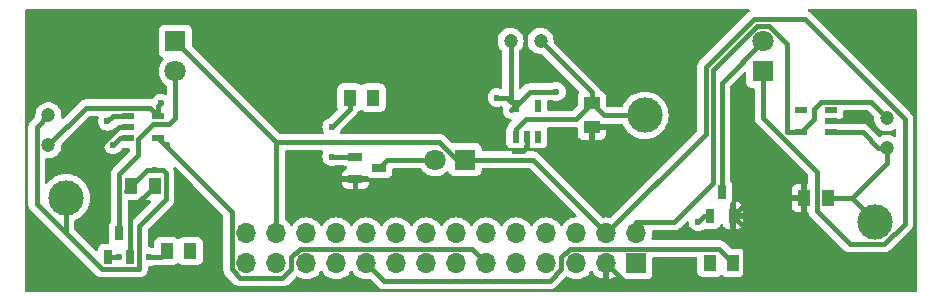
<source format=gbr>
%TF.GenerationSoftware,KiCad,Pcbnew,8.0.1*%
%TF.CreationDate,2024-03-24T20:30:25+02:00*%
%TF.ProjectId,Sensing_Subsystem,53656e73-696e-4675-9f53-756273797374,rev?*%
%TF.SameCoordinates,Original*%
%TF.FileFunction,Copper,L1,Top*%
%TF.FilePolarity,Positive*%
%FSLAX46Y46*%
G04 Gerber Fmt 4.6, Leading zero omitted, Abs format (unit mm)*
G04 Created by KiCad (PCBNEW 8.0.1) date 2024-03-24 20:30:25*
%MOMM*%
%LPD*%
G01*
G04 APERTURE LIST*
%TA.AperFunction,ComponentPad*%
%ADD10C,1.200000*%
%TD*%
%TA.AperFunction,SMDPad,CuDef*%
%ADD11R,1.130000X1.380000*%
%TD*%
%TA.AperFunction,ComponentPad*%
%ADD12R,1.800000X1.800000*%
%TD*%
%TA.AperFunction,ComponentPad*%
%ADD13C,1.800000*%
%TD*%
%TA.AperFunction,SMDPad,CuDef*%
%ADD14R,0.700000X1.250000*%
%TD*%
%TA.AperFunction,ComponentPad*%
%ADD15C,3.000000*%
%TD*%
%TA.AperFunction,SMDPad,CuDef*%
%ADD16R,1.380000X1.130000*%
%TD*%
%TA.AperFunction,SMDPad,CuDef*%
%ADD17R,1.000000X0.600000*%
%TD*%
%TA.AperFunction,SMDPad,CuDef*%
%ADD18R,1.250000X0.700000*%
%TD*%
%TA.AperFunction,SMDPad,CuDef*%
%ADD19R,0.600000X1.000000*%
%TD*%
%TA.AperFunction,ComponentPad*%
%ADD20R,1.700000X1.700000*%
%TD*%
%TA.AperFunction,ComponentPad*%
%ADD21O,1.700000X1.700000*%
%TD*%
%TA.AperFunction,ViaPad*%
%ADD22C,0.600000*%
%TD*%
%TA.AperFunction,Conductor*%
%ADD23C,0.400000*%
%TD*%
G04 APERTURE END LIST*
D10*
%TO.P,D5,1,A*%
%TO.N,Net-(D5-A)*%
X157670000Y-78700000D03*
%TO.P,D5,2,C*%
%TO.N,+3.3V*%
X155130000Y-78700000D03*
%TD*%
D11*
%TO.P,R4,1,1*%
%TO.N,GND*%
X180000000Y-92000000D03*
%TO.P,R4,2,2*%
%TO.N,Net-(D4-A)*%
X182000000Y-92000000D03*
%TD*%
%TO.P,R2,1,1*%
%TO.N,PA7*%
X143500000Y-83500000D03*
%TO.P,R2,2,2*%
%TO.N,Net-(Q2-B)*%
X141500000Y-83500000D03*
%TD*%
D12*
%TO.P,D1,1,A*%
%TO.N,BATT*%
X126750000Y-78725000D03*
D13*
%TO.P,D1,2,C*%
%TO.N,Net-(D1-C)*%
X126750000Y-81265000D03*
%TD*%
D14*
%TO.P,Q3,1,B*%
%TO.N,Net-(Q3-B)*%
X172050000Y-93500000D03*
%TO.P,Q3,2,E*%
%TO.N,GND*%
X173950000Y-93500000D03*
%TO.P,Q3,3,C*%
%TO.N,Net-(D3-C)*%
X173000000Y-91500000D03*
%TD*%
D11*
%TO.P,R3,1,1*%
%TO.N,PC4*%
X174000000Y-97500000D03*
%TO.P,R3,2,2*%
%TO.N,Net-(Q3-B)*%
X172000000Y-97500000D03*
%TD*%
%TO.P,R1,1,1*%
%TO.N,PA6*%
X128000000Y-96500000D03*
%TO.P,R1,2,2*%
%TO.N,Net-(Q1-B)*%
X126000000Y-96500000D03*
%TD*%
D15*
%TO.P,TP2,1,1*%
%TO.N,Net-(D5-A)*%
X166500000Y-85000000D03*
%TD*%
D16*
%TO.P,R5,1,1*%
%TO.N,GND*%
X162000000Y-86000000D03*
%TO.P,R5,2,2*%
%TO.N,Net-(D5-A)*%
X162000000Y-84000000D03*
%TD*%
D11*
%TO.P,R6,1,1*%
%TO.N,GND*%
X125000000Y-91000000D03*
%TO.P,R6,2,2*%
%TO.N,Net-(D6-A)*%
X123000000Y-91000000D03*
%TD*%
D17*
%TO.P,U3,1,+*%
%TO.N,Net-(D6-A)*%
X122700000Y-85050000D03*
%TO.P,U3,2,GND*%
%TO.N,GND*%
X122700000Y-86000000D03*
%TO.P,U3,3,-*%
%TO.N,PA5*%
X122700000Y-86950000D03*
%TO.P,U3,4,OUT*%
X125300000Y-86950000D03*
%TO.P,U3,5,V+*%
%TO.N,+3.3V*%
X125300000Y-85050000D03*
%TD*%
D12*
%TO.P,D2,1,A*%
%TO.N,BATT*%
X151275000Y-88750000D03*
D13*
%TO.P,D2,2,C*%
%TO.N,Net-(D2-C)*%
X148735000Y-88750000D03*
%TD*%
D18*
%TO.P,Q2,1,B*%
%TO.N,Net-(Q2-B)*%
X142000000Y-88500000D03*
%TO.P,Q2,2,E*%
%TO.N,GND*%
X142000000Y-90400000D03*
%TO.P,Q2,3,C*%
%TO.N,Net-(D2-C)*%
X144000000Y-89450000D03*
%TD*%
D10*
%TO.P,D6,1,A*%
%TO.N,Net-(D6-A)*%
X116000000Y-85000000D03*
%TO.P,D6,2,C*%
%TO.N,+3.3V*%
X116000000Y-87540000D03*
%TD*%
D14*
%TO.P,Q1,1,B*%
%TO.N,Net-(Q1-B)*%
X121050000Y-97000000D03*
%TO.P,Q1,2,E*%
%TO.N,GND*%
X122950000Y-97000000D03*
%TO.P,Q1,3,C*%
%TO.N,Net-(D1-C)*%
X122000000Y-95000000D03*
%TD*%
D19*
%TO.P,U2,1,+*%
%TO.N,Net-(D5-A)*%
X155550000Y-86800000D03*
%TO.P,U2,2,GND*%
%TO.N,GND*%
X156500000Y-86800000D03*
%TO.P,U2,3,-*%
%TO.N,PA4*%
X157450000Y-86800000D03*
%TO.P,U2,4,OUT*%
X157450000Y-84200000D03*
%TO.P,U2,5,V+*%
%TO.N,+3.3V*%
X155550000Y-84200000D03*
%TD*%
D10*
%TO.P,D4,1,A*%
%TO.N,Net-(D4-A)*%
X187000000Y-87770000D03*
%TO.P,D4,2,C*%
%TO.N,+3.3V*%
X187000000Y-85230000D03*
%TD*%
D15*
%TO.P,TP3,1,1*%
%TO.N,Net-(D6-A)*%
X117500000Y-92000000D03*
%TD*%
D17*
%TO.P,U1,1,+*%
%TO.N,Net-(D4-A)*%
X182300000Y-86450000D03*
%TO.P,U1,2,GND*%
%TO.N,GND*%
X182300000Y-85500000D03*
%TO.P,U1,3,-*%
%TO.N,PA3*%
X182300000Y-84550000D03*
%TO.P,U1,4,OUT*%
X179700000Y-84550000D03*
%TO.P,U1,5,V+*%
%TO.N,+3.3V*%
X179700000Y-86450000D03*
%TD*%
D12*
%TO.P,D3,1,A*%
%TO.N,BATT*%
X176500000Y-81275000D03*
D13*
%TO.P,D3,2,C*%
%TO.N,Net-(D3-C)*%
X176500000Y-78735000D03*
%TD*%
D15*
%TO.P,TP1,1,1*%
%TO.N,Net-(D4-A)*%
X186000000Y-94000000D03*
%TD*%
D20*
%TO.P,J1,1,Pin_1*%
%TO.N,unconnected-(J1-Pin_1-Pad1)*%
X165780000Y-97540000D03*
D21*
%TO.P,J1,2,Pin_2*%
%TO.N,+3.3V*%
X165780000Y-95000000D03*
%TO.P,J1,3,Pin_3*%
%TO.N,GND*%
X163240000Y-97540000D03*
%TO.P,J1,4,Pin_4*%
%TO.N,BATT*%
X163240000Y-95000000D03*
%TO.P,J1,5,Pin_5*%
%TO.N,PA3*%
X160700000Y-97540000D03*
%TO.P,J1,6,Pin_6*%
%TO.N,unconnected-(J1-Pin_6-Pad6)*%
X160700000Y-95000000D03*
%TO.P,J1,7,Pin_7*%
%TO.N,PA4*%
X158160000Y-97540000D03*
%TO.P,J1,8,Pin_8*%
%TO.N,unconnected-(J1-Pin_8-Pad8)*%
X158160000Y-95000000D03*
%TO.P,J1,9,Pin_9*%
%TO.N,GND*%
X155620000Y-97540000D03*
%TO.P,J1,10,Pin_10*%
%TO.N,unconnected-(J1-Pin_10-Pad10)*%
X155620000Y-95000000D03*
%TO.P,J1,11,Pin_11*%
%TO.N,PA5*%
X153080000Y-97540000D03*
%TO.P,J1,12,Pin_12*%
%TO.N,unconnected-(J1-Pin_12-Pad12)*%
X153080000Y-95000000D03*
%TO.P,J1,13,Pin_13*%
%TO.N,PA6*%
X150540000Y-97540000D03*
%TO.P,J1,14,Pin_14*%
%TO.N,unconnected-(J1-Pin_14-Pad14)*%
X150540000Y-95000000D03*
%TO.P,J1,15,Pin_15*%
%TO.N,GND*%
X148000000Y-97540000D03*
%TO.P,J1,16,Pin_16*%
%TO.N,unconnected-(J1-Pin_16-Pad16)*%
X148000000Y-95000000D03*
%TO.P,J1,17,Pin_17*%
%TO.N,PA7*%
X145460000Y-97540000D03*
%TO.P,J1,18,Pin_18*%
%TO.N,unconnected-(J1-Pin_18-Pad18)*%
X145460000Y-95000000D03*
%TO.P,J1,19,Pin_19*%
%TO.N,PC4*%
X142920000Y-97540000D03*
%TO.P,J1,20,Pin_20*%
%TO.N,unconnected-(J1-Pin_20-Pad20)*%
X142920000Y-95000000D03*
%TO.P,J1,21,Pin_21*%
%TO.N,unconnected-(J1-Pin_21-Pad21)*%
X140380000Y-97540000D03*
%TO.P,J1,22,Pin_22*%
%TO.N,unconnected-(J1-Pin_22-Pad22)*%
X140380000Y-95000000D03*
%TO.P,J1,23,Pin_23*%
%TO.N,unconnected-(J1-Pin_23-Pad23)*%
X137840000Y-97540000D03*
%TO.P,J1,24,Pin_24*%
%TO.N,unconnected-(J1-Pin_24-Pad24)*%
X137840000Y-95000000D03*
%TO.P,J1,25,Pin_25*%
%TO.N,unconnected-(J1-Pin_25-Pad25)*%
X135300000Y-97540000D03*
%TO.P,J1,26,Pin_26*%
%TO.N,BATT*%
X135300000Y-95000000D03*
%TO.P,J1,27,Pin_27*%
%TO.N,GND*%
X132760000Y-97540000D03*
%TO.P,J1,28,Pin_28*%
%TO.N,+3.3V*%
X132760000Y-95000000D03*
%TD*%
D22*
%TO.N,+3.3V*%
X159000000Y-83000000D03*
X125500000Y-84000000D03*
X154000000Y-83500000D03*
%TO.N,Net-(D6-A)*%
X121000000Y-85500000D03*
X125000000Y-89674264D03*
%TO.N,GND*%
X173950000Y-93500000D03*
X119000000Y-89000000D03*
X155500000Y-88000000D03*
X139000000Y-92000000D03*
X125000000Y-91000000D03*
X184000000Y-85000000D03*
X188000000Y-83000000D03*
%TO.N,PA6*%
X128000000Y-96500000D03*
%TO.N,PA4*%
X157450000Y-84200000D03*
X157450000Y-86800000D03*
%TO.N,PA5*%
X121500000Y-87500000D03*
X126000000Y-87500000D03*
%TO.N,PA3*%
X179700000Y-84550000D03*
X182000000Y-84550000D03*
%TO.N,PA7*%
X143500000Y-83500000D03*
%TO.N,Net-(Q1-B)*%
X122000000Y-97000000D03*
X124500000Y-97000000D03*
%TO.N,Net-(Q2-B)*%
X140000000Y-86000000D03*
X140000000Y-88500000D03*
%TO.N,Net-(Q3-B)*%
X172000000Y-97500000D03*
X171000000Y-94000000D03*
%TD*%
D23*
%TO.N,BATT*%
X188500000Y-94187006D02*
X186787006Y-95900000D01*
X163240000Y-95000000D02*
X156990000Y-88750000D01*
X181035000Y-93090000D02*
X181035000Y-89783528D01*
X181035000Y-89783528D02*
X176500000Y-85248528D01*
X149098478Y-87275000D02*
X135300000Y-87275000D01*
X180019214Y-76835000D02*
X188500000Y-85315786D01*
X126750000Y-78725000D02*
X135300000Y-87275000D01*
X163240000Y-95000000D02*
X171650000Y-86590000D01*
X171650000Y-86590000D02*
X171650000Y-80897994D01*
X151275000Y-88750000D02*
X150573478Y-88750000D01*
X171650000Y-80897994D02*
X175712994Y-76835000D01*
X150573478Y-88750000D02*
X149098478Y-87275000D01*
X186787006Y-95900000D02*
X183845000Y-95900000D01*
X176500000Y-85248528D02*
X176500000Y-81275000D01*
X135300000Y-87275000D02*
X135300000Y-95000000D01*
X175712994Y-76835000D02*
X180019214Y-76835000D01*
X183845000Y-95900000D02*
X181035000Y-93090000D01*
X156990000Y-88750000D02*
X151275000Y-88750000D01*
X188500000Y-85315786D02*
X188500000Y-94187006D01*
%TO.N,Net-(D1-C)*%
X123600000Y-87000000D02*
X123600000Y-88400000D01*
X123600000Y-88400000D02*
X122000000Y-90000000D01*
X126750000Y-81265000D02*
X126750000Y-85200000D01*
X126750000Y-85200000D02*
X126200000Y-85750000D01*
X126200000Y-85750000D02*
X124850000Y-85750000D01*
X124850000Y-85750000D02*
X123600000Y-87000000D01*
X122000000Y-90000000D02*
X122000000Y-95000000D01*
%TO.N,Net-(D2-C)*%
X148735000Y-88750000D02*
X144700000Y-88750000D01*
X144700000Y-88750000D02*
X144000000Y-89450000D01*
%TO.N,Net-(D3-C)*%
X173000000Y-82235000D02*
X173000000Y-91500000D01*
X176500000Y-78735000D02*
X173000000Y-82235000D01*
%TO.N,Net-(D4-A)*%
X186270000Y-87770000D02*
X184950000Y-86450000D01*
X187000000Y-87770000D02*
X186270000Y-87770000D01*
X187000000Y-89000000D02*
X184000000Y-92000000D01*
X187000000Y-87770000D02*
X187000000Y-89000000D01*
X186000000Y-94000000D02*
X184000000Y-92000000D01*
X184000000Y-92000000D02*
X182000000Y-92000000D01*
X184950000Y-86450000D02*
X182300000Y-86450000D01*
%TO.N,+3.3V*%
X155130000Y-83780000D02*
X155550000Y-84200000D01*
X185620000Y-83850000D02*
X181400000Y-83850000D01*
X177038478Y-77435000D02*
X178550000Y-78946522D01*
X172250000Y-81146522D02*
X175961522Y-77435000D01*
X180800000Y-85350000D02*
X179700000Y-86450000D01*
X178550000Y-78946522D02*
X178550000Y-86450000D01*
X154850000Y-83500000D02*
X155550000Y-84200000D01*
X187000000Y-85230000D02*
X185620000Y-83850000D01*
X119190000Y-84350000D02*
X124600000Y-84350000D01*
X165780000Y-94000000D02*
X169000000Y-94000000D01*
X124600000Y-84350000D02*
X125300000Y-85050000D01*
X125300000Y-84200000D02*
X125500000Y-84000000D01*
X175961522Y-77435000D02*
X177038478Y-77435000D01*
X155130000Y-78700000D02*
X155130000Y-83780000D01*
X125300000Y-85050000D02*
X125300000Y-84200000D01*
X169000000Y-94000000D02*
X172250000Y-90750000D01*
X178550000Y-86450000D02*
X179700000Y-86450000D01*
X156750000Y-83000000D02*
X159000000Y-83000000D01*
X116000000Y-87540000D02*
X119190000Y-84350000D01*
X165780000Y-95000000D02*
X165780000Y-94000000D01*
X155160000Y-84590000D02*
X155550000Y-84200000D01*
X172250000Y-90750000D02*
X172250000Y-81146522D01*
X154000000Y-83500000D02*
X154850000Y-83500000D01*
X155550000Y-84200000D02*
X156750000Y-83000000D01*
X180800000Y-84450000D02*
X180800000Y-85350000D01*
X181400000Y-83850000D02*
X180800000Y-84450000D01*
%TO.N,Net-(D5-A)*%
X160700000Y-85300000D02*
X162000000Y-84000000D01*
X155550000Y-86150000D02*
X156400000Y-85300000D01*
X166500000Y-85000000D02*
X163000000Y-85000000D01*
X156400000Y-85300000D02*
X160700000Y-85300000D01*
X157670000Y-78700000D02*
X162000000Y-83030000D01*
X162000000Y-83030000D02*
X162000000Y-84000000D01*
X155550000Y-86800000D02*
X155550000Y-86150000D01*
X163000000Y-85000000D02*
X162000000Y-84000000D01*
%TO.N,Net-(D6-A)*%
X125000000Y-89674264D02*
X124325736Y-89674264D01*
X123700000Y-98025000D02*
X123700000Y-94355000D01*
X124325736Y-89674264D02*
X123000000Y-91000000D01*
X122700000Y-85050000D02*
X121450000Y-85050000D01*
X125965000Y-89910000D02*
X125729264Y-89674264D01*
X121450000Y-85050000D02*
X121000000Y-85500000D01*
X115000000Y-86000000D02*
X116000000Y-85000000D01*
X115000000Y-92500000D02*
X115000000Y-86000000D01*
X123000000Y-91000000D02*
X122600000Y-91400000D01*
X117500000Y-95000000D02*
X120525000Y-98025000D01*
X123700000Y-94355000D02*
X125965000Y-92090000D01*
X125965000Y-92090000D02*
X125965000Y-89910000D01*
X117500000Y-95000000D02*
X115000000Y-92500000D01*
X125729264Y-89674264D02*
X125000000Y-89674264D01*
X117500000Y-92000000D02*
X117500000Y-95000000D01*
X120525000Y-98025000D02*
X123700000Y-98025000D01*
%TO.N,GND*%
X175450000Y-92000000D02*
X173950000Y-93500000D01*
X142000000Y-90400000D02*
X140600000Y-90400000D01*
X122950000Y-97000000D02*
X122950000Y-93050000D01*
X164700000Y-99000000D02*
X174555000Y-99000000D01*
X155500000Y-88000000D02*
X156200000Y-88000000D01*
X175000000Y-98555000D02*
X175000000Y-94550000D01*
X119000000Y-89000000D02*
X122000000Y-86000000D01*
X156200000Y-88000000D02*
X156500000Y-87700000D01*
X122950000Y-93050000D02*
X125000000Y-91000000D01*
X180000000Y-92000000D02*
X175450000Y-92000000D01*
X163240000Y-97540000D02*
X164700000Y-99000000D01*
X183500000Y-85500000D02*
X184000000Y-85000000D01*
X174555000Y-99000000D02*
X175000000Y-98555000D01*
X122000000Y-86000000D02*
X122700000Y-86000000D01*
X140600000Y-90400000D02*
X139000000Y-92000000D01*
X175000000Y-94550000D02*
X173950000Y-93500000D01*
X182300000Y-85500000D02*
X183500000Y-85500000D01*
X156500000Y-87700000D02*
X156500000Y-86800000D01*
%TO.N,PC4*%
X159410000Y-98057767D02*
X158467767Y-99000000D01*
X144380000Y-99000000D02*
X142920000Y-97540000D01*
X172790000Y-96290000D02*
X160142233Y-96290000D01*
X158467767Y-99000000D02*
X144380000Y-99000000D01*
X159410000Y-97022233D02*
X159410000Y-98057767D01*
X160142233Y-96290000D02*
X159410000Y-97022233D01*
X174000000Y-97500000D02*
X172790000Y-96290000D01*
%TO.N,PA5*%
X131510000Y-98057767D02*
X132242233Y-98790000D01*
X135817767Y-98790000D02*
X136550000Y-98057767D01*
X137282233Y-96290000D02*
X151830000Y-96290000D01*
X125300000Y-86950000D02*
X126175000Y-87825000D01*
X126000000Y-87650000D02*
X126175000Y-87825000D01*
X126000000Y-87500000D02*
X126000000Y-87650000D01*
X136550000Y-98057767D02*
X136550000Y-97022233D01*
X132242233Y-98790000D02*
X135817767Y-98790000D01*
X122700000Y-86950000D02*
X122050000Y-86950000D01*
X136550000Y-97022233D02*
X137282233Y-96290000D01*
X131510000Y-93160000D02*
X131510000Y-98057767D01*
X122050000Y-86950000D02*
X121500000Y-87500000D01*
X126175000Y-87825000D02*
X131510000Y-93160000D01*
X151830000Y-96290000D02*
X153080000Y-97540000D01*
%TO.N,PA3*%
X182300000Y-84550000D02*
X182000000Y-84550000D01*
%TO.N,Net-(Q1-B)*%
X125500000Y-97000000D02*
X126000000Y-96500000D01*
X121050000Y-97000000D02*
X122000000Y-97000000D01*
X124500000Y-97000000D02*
X125500000Y-97000000D01*
%TO.N,Net-(Q2-B)*%
X141500000Y-83500000D02*
X141500000Y-84500000D01*
X141500000Y-84500000D02*
X140000000Y-86000000D01*
X140000000Y-88500000D02*
X142000000Y-88500000D01*
%TO.N,Net-(Q3-B)*%
X171500000Y-93500000D02*
X171000000Y-94000000D01*
X172050000Y-93500000D02*
X171500000Y-93500000D01*
%TD*%
%TA.AperFunction,Conductor*%
%TO.N,GND*%
G36*
X175359311Y-76020185D02*
G01*
X175405066Y-76072989D01*
X175415010Y-76142147D01*
X175385985Y-76205703D01*
X175361164Y-76227601D01*
X175330634Y-76248000D01*
X175266448Y-76290887D01*
X171105887Y-80451448D01*
X171055608Y-80526698D01*
X171042416Y-80546440D01*
X171029225Y-80566182D01*
X171029221Y-80566189D01*
X170976421Y-80693661D01*
X170976418Y-80693671D01*
X170949500Y-80828998D01*
X170949500Y-86248480D01*
X170929815Y-86315519D01*
X170913181Y-86336161D01*
X163611994Y-93637347D01*
X163550671Y-93670832D01*
X163492225Y-93669442D01*
X163475410Y-93664937D01*
X163240001Y-93644341D01*
X163239999Y-93644341D01*
X163004597Y-93664936D01*
X163004593Y-93664936D01*
X163004592Y-93664937D01*
X163004587Y-93664938D01*
X163004584Y-93664939D01*
X162987778Y-93669442D01*
X162917928Y-93667778D01*
X162868005Y-93637348D01*
X157436546Y-88205888D01*
X157436545Y-88205887D01*
X157321807Y-88129222D01*
X157194332Y-88076421D01*
X157194322Y-88076418D01*
X157058996Y-88049500D01*
X157058994Y-88049500D01*
X157058993Y-88049500D01*
X152799499Y-88049500D01*
X152732460Y-88029815D01*
X152686705Y-87977011D01*
X152675499Y-87925500D01*
X152675499Y-87802129D01*
X152675498Y-87802123D01*
X152675323Y-87800499D01*
X152669229Y-87743797D01*
X152669091Y-87742516D01*
X152618797Y-87607671D01*
X152618793Y-87607664D01*
X152532547Y-87492455D01*
X152532544Y-87492452D01*
X152417335Y-87406206D01*
X152417328Y-87406202D01*
X152282482Y-87355908D01*
X152282483Y-87355908D01*
X152222883Y-87349501D01*
X152222881Y-87349500D01*
X152222873Y-87349500D01*
X152222864Y-87349500D01*
X150327129Y-87349500D01*
X150327123Y-87349501D01*
X150267512Y-87355909D01*
X150259969Y-87357692D01*
X150259423Y-87355385D01*
X150201467Y-87359517D01*
X150140173Y-87326038D01*
X149545024Y-86730888D01*
X149545023Y-86730887D01*
X149430285Y-86654222D01*
X149302810Y-86601421D01*
X149302800Y-86601418D01*
X149167474Y-86574500D01*
X149167472Y-86574500D01*
X149167471Y-86574500D01*
X140808787Y-86574500D01*
X140741748Y-86554815D01*
X140695993Y-86502011D01*
X140686049Y-86432853D01*
X140703794Y-86384527D01*
X140725788Y-86349524D01*
X140725789Y-86349522D01*
X140762008Y-86246011D01*
X140791366Y-86199289D01*
X142044113Y-84946543D01*
X142046928Y-84942331D01*
X142070530Y-84907009D01*
X142120771Y-84831817D01*
X142120771Y-84831816D01*
X142120775Y-84831811D01*
X142163039Y-84729775D01*
X142206879Y-84675372D01*
X142234265Y-84661047D01*
X142307331Y-84633796D01*
X142422546Y-84547546D01*
X142422546Y-84547545D01*
X142425689Y-84545193D01*
X142491153Y-84520776D01*
X142559426Y-84535627D01*
X142574311Y-84545193D01*
X142577453Y-84547545D01*
X142577454Y-84547546D01*
X142596369Y-84561706D01*
X142692669Y-84633796D01*
X142692671Y-84633797D01*
X142827517Y-84684091D01*
X142827516Y-84684091D01*
X142834444Y-84684835D01*
X142887127Y-84690500D01*
X144112872Y-84690499D01*
X144172483Y-84684091D01*
X144307331Y-84633796D01*
X144422546Y-84547546D01*
X144508796Y-84432331D01*
X144559091Y-84297483D01*
X144565500Y-84237873D01*
X144565500Y-83500003D01*
X153194435Y-83500003D01*
X153214630Y-83679249D01*
X153214631Y-83679254D01*
X153274211Y-83849523D01*
X153370184Y-84002262D01*
X153497738Y-84129816D01*
X153537885Y-84155042D01*
X153627334Y-84211247D01*
X153650478Y-84225789D01*
X153820739Y-84285366D01*
X153820745Y-84285368D01*
X153820750Y-84285369D01*
X153999996Y-84305565D01*
X154000000Y-84305565D01*
X154000004Y-84305565D01*
X154179249Y-84285369D01*
X154179251Y-84285368D01*
X154179255Y-84285368D01*
X154179258Y-84285366D01*
X154179262Y-84285366D01*
X154326429Y-84233870D01*
X154396208Y-84230308D01*
X154456835Y-84265036D01*
X154489063Y-84327030D01*
X154486424Y-84379462D01*
X154487608Y-84379698D01*
X154459500Y-84521003D01*
X154459500Y-84521006D01*
X154459500Y-84658994D01*
X154459500Y-84658996D01*
X154459499Y-84658996D01*
X154486418Y-84794322D01*
X154486421Y-84794332D01*
X154539222Y-84921807D01*
X154615887Y-85036545D01*
X154713454Y-85134112D01*
X154828192Y-85210777D01*
X154943359Y-85258480D01*
X154955672Y-85263580D01*
X154955676Y-85263580D01*
X154955677Y-85263581D01*
X155091003Y-85290500D01*
X155119480Y-85290500D01*
X155186519Y-85310185D01*
X155232274Y-85362989D01*
X155242218Y-85432147D01*
X155213193Y-85495703D01*
X155207161Y-85502181D01*
X155005888Y-85703453D01*
X155005887Y-85703454D01*
X154929222Y-85818192D01*
X154876421Y-85945667D01*
X154874653Y-85951498D01*
X154873316Y-85951092D01*
X154854629Y-85992979D01*
X154806203Y-86057669D01*
X154806202Y-86057671D01*
X154755908Y-86192517D01*
X154749517Y-86251969D01*
X154749501Y-86252123D01*
X154749500Y-86252135D01*
X154749500Y-87347870D01*
X154749501Y-87347876D01*
X154755908Y-87407483D01*
X154806202Y-87542328D01*
X154806206Y-87542335D01*
X154892452Y-87657544D01*
X154892455Y-87657547D01*
X155007664Y-87743793D01*
X155007671Y-87743797D01*
X155025643Y-87750500D01*
X155142517Y-87794091D01*
X155202127Y-87800500D01*
X155897872Y-87800499D01*
X155957483Y-87794091D01*
X155982380Y-87784804D01*
X156052070Y-87779819D01*
X156069049Y-87784805D01*
X156092619Y-87793596D01*
X156092627Y-87793598D01*
X156152155Y-87799999D01*
X156152172Y-87800000D01*
X156250000Y-87800000D01*
X156250000Y-87642106D01*
X156269685Y-87575067D01*
X156274734Y-87567794D01*
X156276708Y-87565157D01*
X156293796Y-87542331D01*
X156294666Y-87540000D01*
X156324335Y-87460452D01*
X156344091Y-87407483D01*
X156350500Y-87347873D01*
X156350499Y-86673998D01*
X156370183Y-86606961D01*
X156422987Y-86561206D01*
X156474499Y-86550000D01*
X156525500Y-86550000D01*
X156592539Y-86569685D01*
X156638294Y-86622489D01*
X156649500Y-86674000D01*
X156649500Y-86748082D01*
X156648720Y-86761965D01*
X156644435Y-86799997D01*
X156644435Y-86800002D01*
X156648720Y-86838034D01*
X156649500Y-86851917D01*
X156649500Y-87347870D01*
X156649501Y-87347876D01*
X156655908Y-87407483D01*
X156706203Y-87542329D01*
X156725266Y-87567794D01*
X156749684Y-87633258D01*
X156750000Y-87642106D01*
X156750000Y-87800000D01*
X156847828Y-87800000D01*
X156847844Y-87799999D01*
X156907372Y-87793598D01*
X156907375Y-87793597D01*
X156930949Y-87784805D01*
X157000640Y-87779819D01*
X157017619Y-87784805D01*
X157042511Y-87794089D01*
X157042517Y-87794091D01*
X157102127Y-87800500D01*
X157797872Y-87800499D01*
X157857483Y-87794091D01*
X157992331Y-87743796D01*
X158107546Y-87657546D01*
X158193796Y-87542331D01*
X158244091Y-87407483D01*
X158250500Y-87347873D01*
X158250499Y-86851917D01*
X158251279Y-86838034D01*
X158252820Y-86824364D01*
X158255565Y-86800000D01*
X158255325Y-86797873D01*
X158251279Y-86761963D01*
X158250499Y-86748078D01*
X158250499Y-86252129D01*
X158250498Y-86252123D01*
X158244091Y-86192517D01*
X158239145Y-86179255D01*
X158234885Y-86167832D01*
X158229901Y-86098140D01*
X158263387Y-86036818D01*
X158324711Y-86003333D01*
X158351067Y-86000500D01*
X160686000Y-86000500D01*
X160753039Y-86020185D01*
X160798794Y-86072989D01*
X160810000Y-86124500D01*
X160810000Y-86612844D01*
X160816401Y-86672372D01*
X160816403Y-86672379D01*
X160866645Y-86807086D01*
X160866649Y-86807093D01*
X160952809Y-86922187D01*
X160952812Y-86922190D01*
X161067906Y-87008350D01*
X161067913Y-87008354D01*
X161202620Y-87058596D01*
X161202627Y-87058598D01*
X161262155Y-87064999D01*
X161262172Y-87065000D01*
X161750000Y-87065000D01*
X161750000Y-86250000D01*
X162250000Y-86250000D01*
X162250000Y-87065000D01*
X162737828Y-87065000D01*
X162737844Y-87064999D01*
X162797372Y-87058598D01*
X162797379Y-87058596D01*
X162932086Y-87008354D01*
X162932093Y-87008350D01*
X163047187Y-86922190D01*
X163047190Y-86922187D01*
X163133350Y-86807093D01*
X163133354Y-86807086D01*
X163183596Y-86672379D01*
X163183598Y-86672372D01*
X163189999Y-86612844D01*
X163190000Y-86612827D01*
X163190000Y-86250000D01*
X162250000Y-86250000D01*
X161750000Y-86250000D01*
X161750000Y-85874000D01*
X161769685Y-85806961D01*
X161822489Y-85761206D01*
X161874000Y-85750000D01*
X163190000Y-85750000D01*
X163203181Y-85736819D01*
X163264504Y-85703334D01*
X163290862Y-85700500D01*
X164540058Y-85700500D01*
X164607097Y-85720185D01*
X164652852Y-85772989D01*
X164656238Y-85781162D01*
X164661648Y-85795667D01*
X164675635Y-85833166D01*
X164812770Y-86084309D01*
X164812775Y-86084317D01*
X164984254Y-86313387D01*
X164984270Y-86313405D01*
X165186594Y-86515729D01*
X165186612Y-86515745D01*
X165415682Y-86687224D01*
X165415690Y-86687229D01*
X165666833Y-86824364D01*
X165666832Y-86824364D01*
X165666836Y-86824365D01*
X165666839Y-86824367D01*
X165934954Y-86924369D01*
X165934960Y-86924370D01*
X165934962Y-86924371D01*
X166214566Y-86985195D01*
X166214568Y-86985195D01*
X166214572Y-86985196D01*
X166468220Y-87003337D01*
X166499999Y-87005610D01*
X166500000Y-87005610D01*
X166500001Y-87005610D01*
X166528595Y-87003564D01*
X166785428Y-86985196D01*
X167065046Y-86924369D01*
X167333161Y-86824367D01*
X167584315Y-86687226D01*
X167813395Y-86515739D01*
X168015739Y-86313395D01*
X168187226Y-86084315D01*
X168324367Y-85833161D01*
X168424369Y-85565046D01*
X168426891Y-85553454D01*
X168485195Y-85285433D01*
X168485195Y-85285432D01*
X168485196Y-85285428D01*
X168505610Y-85000000D01*
X168485196Y-84714572D01*
X168479959Y-84690500D01*
X168424371Y-84434962D01*
X168424370Y-84434960D01*
X168424369Y-84434954D01*
X168324367Y-84166839D01*
X168321704Y-84161963D01*
X168187229Y-83915690D01*
X168187224Y-83915682D01*
X168015745Y-83686612D01*
X168015729Y-83686594D01*
X167813405Y-83484270D01*
X167813387Y-83484254D01*
X167584317Y-83312775D01*
X167584309Y-83312770D01*
X167333166Y-83175635D01*
X167333167Y-83175635D01*
X167196784Y-83124767D01*
X167065046Y-83075631D01*
X167065043Y-83075630D01*
X167065037Y-83075628D01*
X166785433Y-83014804D01*
X166500001Y-82994390D01*
X166499999Y-82994390D01*
X166214566Y-83014804D01*
X165934962Y-83075628D01*
X165666833Y-83175635D01*
X165415690Y-83312770D01*
X165415682Y-83312775D01*
X165186612Y-83484254D01*
X165186594Y-83484270D01*
X164984270Y-83686594D01*
X164984254Y-83686612D01*
X164812775Y-83915682D01*
X164812770Y-83915690D01*
X164675635Y-84166833D01*
X164656240Y-84218834D01*
X164614368Y-84274768D01*
X164548903Y-84299184D01*
X164540058Y-84299500D01*
X163341519Y-84299500D01*
X163274480Y-84279815D01*
X163253838Y-84263181D01*
X163226818Y-84236161D01*
X163193333Y-84174838D01*
X163190499Y-84148480D01*
X163190499Y-83387129D01*
X163190498Y-83387123D01*
X163190497Y-83387116D01*
X163184091Y-83327517D01*
X163181565Y-83320745D01*
X163133797Y-83192671D01*
X163133793Y-83192664D01*
X163047547Y-83077455D01*
X163047544Y-83077452D01*
X162932335Y-82991206D01*
X162932328Y-82991202D01*
X162797482Y-82940908D01*
X162797484Y-82940908D01*
X162784882Y-82939554D01*
X162720331Y-82912816D01*
X162680483Y-82855423D01*
X162676520Y-82840455D01*
X162673580Y-82825672D01*
X162662739Y-82799499D01*
X162620777Y-82698192D01*
X162544112Y-82583454D01*
X162544111Y-82583453D01*
X158806660Y-78846003D01*
X158773175Y-78784680D01*
X158770870Y-78746886D01*
X158775215Y-78700000D01*
X158756397Y-78496917D01*
X158700582Y-78300750D01*
X158609673Y-78118179D01*
X158486764Y-77955421D01*
X158486762Y-77955418D01*
X158336041Y-77818019D01*
X158336039Y-77818017D01*
X158162642Y-77710655D01*
X158162635Y-77710651D01*
X158067546Y-77673814D01*
X157972456Y-77636976D01*
X157771976Y-77599500D01*
X157568024Y-77599500D01*
X157367544Y-77636976D01*
X157367541Y-77636976D01*
X157367541Y-77636977D01*
X157177364Y-77710651D01*
X157177357Y-77710655D01*
X157003960Y-77818017D01*
X157003958Y-77818019D01*
X156853237Y-77955418D01*
X156730327Y-78118178D01*
X156639422Y-78300739D01*
X156639417Y-78300752D01*
X156583602Y-78496917D01*
X156564785Y-78699999D01*
X156564785Y-78700000D01*
X156583602Y-78903082D01*
X156639417Y-79099247D01*
X156639422Y-79099260D01*
X156730327Y-79281821D01*
X156853237Y-79444581D01*
X157003958Y-79581980D01*
X157003960Y-79581982D01*
X157103141Y-79643392D01*
X157177363Y-79689348D01*
X157367544Y-79763024D01*
X157568024Y-79800500D01*
X157568026Y-79800500D01*
X157728481Y-79800500D01*
X157795520Y-79820185D01*
X157816162Y-79836819D01*
X160921148Y-82941805D01*
X160954633Y-83003128D01*
X160949649Y-83072820D01*
X160932733Y-83103797D01*
X160866206Y-83192664D01*
X160866202Y-83192671D01*
X160815908Y-83327517D01*
X160809501Y-83387116D01*
X160809501Y-83387123D01*
X160809500Y-83387135D01*
X160809500Y-84148480D01*
X160789815Y-84215519D01*
X160773181Y-84236161D01*
X160446162Y-84563181D01*
X160384839Y-84596666D01*
X160358481Y-84599500D01*
X158374500Y-84599500D01*
X158307461Y-84579815D01*
X158261706Y-84527011D01*
X158250500Y-84475501D01*
X158250499Y-84251921D01*
X158251279Y-84238034D01*
X158251298Y-84237870D01*
X158255565Y-84200000D01*
X158251279Y-84161963D01*
X158250499Y-84148078D01*
X158250499Y-83824500D01*
X158270184Y-83757461D01*
X158322988Y-83711706D01*
X158374499Y-83700500D01*
X158574506Y-83700500D01*
X158640477Y-83719506D01*
X158650474Y-83725787D01*
X158650475Y-83725787D01*
X158650478Y-83725789D01*
X158809094Y-83781291D01*
X158820745Y-83785368D01*
X158820750Y-83785369D01*
X158999996Y-83805565D01*
X159000000Y-83805565D01*
X159000004Y-83805565D01*
X159179249Y-83785369D01*
X159179252Y-83785368D01*
X159179255Y-83785368D01*
X159349522Y-83725789D01*
X159502262Y-83629816D01*
X159629816Y-83502262D01*
X159725789Y-83349522D01*
X159785368Y-83179255D01*
X159785369Y-83179249D01*
X159805565Y-83000003D01*
X159805565Y-82999996D01*
X159785369Y-82820750D01*
X159785368Y-82820745D01*
X159747117Y-82711431D01*
X159725789Y-82650478D01*
X159718153Y-82638326D01*
X159673753Y-82567664D01*
X159629816Y-82497738D01*
X159502262Y-82370184D01*
X159495925Y-82366202D01*
X159349523Y-82274211D01*
X159179254Y-82214631D01*
X159179249Y-82214630D01*
X159000004Y-82194435D01*
X158999996Y-82194435D01*
X158820750Y-82214630D01*
X158820745Y-82214631D01*
X158650474Y-82274212D01*
X158640477Y-82280494D01*
X158574506Y-82299500D01*
X156681003Y-82299500D01*
X156572590Y-82321065D01*
X156572589Y-82321065D01*
X156545671Y-82326420D01*
X156418190Y-82379224D01*
X156303454Y-82455887D01*
X156303453Y-82455888D01*
X156042181Y-82717161D01*
X155980858Y-82750646D01*
X155911166Y-82745662D01*
X155855233Y-82703790D01*
X155830816Y-82638326D01*
X155830500Y-82629480D01*
X155830500Y-79605318D01*
X155850185Y-79538279D01*
X155870957Y-79513685D01*
X155946764Y-79444579D01*
X156069673Y-79281821D01*
X156160582Y-79099250D01*
X156216397Y-78903083D01*
X156235215Y-78700000D01*
X156216397Y-78496917D01*
X156160582Y-78300750D01*
X156069673Y-78118179D01*
X155946764Y-77955421D01*
X155946762Y-77955418D01*
X155796041Y-77818019D01*
X155796039Y-77818017D01*
X155622642Y-77710655D01*
X155622635Y-77710651D01*
X155527546Y-77673814D01*
X155432456Y-77636976D01*
X155231976Y-77599500D01*
X155028024Y-77599500D01*
X154827544Y-77636976D01*
X154827541Y-77636976D01*
X154827541Y-77636977D01*
X154637364Y-77710651D01*
X154637357Y-77710655D01*
X154463960Y-77818017D01*
X154463958Y-77818019D01*
X154313237Y-77955418D01*
X154190327Y-78118178D01*
X154099422Y-78300739D01*
X154099417Y-78300752D01*
X154043602Y-78496917D01*
X154024785Y-78699999D01*
X154024785Y-78700000D01*
X154043602Y-78903082D01*
X154099417Y-79099247D01*
X154099422Y-79099260D01*
X154135225Y-79171161D01*
X154190327Y-79281821D01*
X154313236Y-79444579D01*
X154389039Y-79513682D01*
X154425319Y-79573391D01*
X154429500Y-79605318D01*
X154429500Y-82627434D01*
X154409815Y-82694473D01*
X154357011Y-82740228D01*
X154287853Y-82750172D01*
X154264546Y-82744476D01*
X154179257Y-82714632D01*
X154179249Y-82714630D01*
X154000004Y-82694435D01*
X153999996Y-82694435D01*
X153820750Y-82714630D01*
X153820745Y-82714631D01*
X153650476Y-82774211D01*
X153497737Y-82870184D01*
X153370184Y-82997737D01*
X153274211Y-83150476D01*
X153214631Y-83320745D01*
X153214630Y-83320750D01*
X153194435Y-83499996D01*
X153194435Y-83500003D01*
X144565500Y-83500003D01*
X144565499Y-82762128D01*
X144559091Y-82702517D01*
X144549014Y-82675500D01*
X144508797Y-82567671D01*
X144508793Y-82567664D01*
X144422547Y-82452455D01*
X144422544Y-82452452D01*
X144307335Y-82366206D01*
X144307328Y-82366202D01*
X144172482Y-82315908D01*
X144172483Y-82315908D01*
X144112883Y-82309501D01*
X144112881Y-82309500D01*
X144112873Y-82309500D01*
X144112864Y-82309500D01*
X142887129Y-82309500D01*
X142887123Y-82309501D01*
X142827516Y-82315908D01*
X142692671Y-82366202D01*
X142692669Y-82366203D01*
X142574311Y-82454807D01*
X142508847Y-82479224D01*
X142440574Y-82464373D01*
X142425689Y-82454807D01*
X142307330Y-82366203D01*
X142307328Y-82366202D01*
X142172482Y-82315908D01*
X142172483Y-82315908D01*
X142112883Y-82309501D01*
X142112881Y-82309500D01*
X142112873Y-82309500D01*
X142112864Y-82309500D01*
X140887129Y-82309500D01*
X140887123Y-82309501D01*
X140827516Y-82315908D01*
X140692671Y-82366202D01*
X140692664Y-82366206D01*
X140577455Y-82452452D01*
X140577452Y-82452455D01*
X140491206Y-82567664D01*
X140491202Y-82567671D01*
X140440908Y-82702517D01*
X140436270Y-82745662D01*
X140434501Y-82762123D01*
X140434500Y-82762135D01*
X140434500Y-84237870D01*
X140434501Y-84237876D01*
X140440908Y-84297483D01*
X140486665Y-84420163D01*
X140491649Y-84489855D01*
X140458164Y-84551177D01*
X139800710Y-85208631D01*
X139753985Y-85237991D01*
X139650476Y-85274211D01*
X139650475Y-85274212D01*
X139497737Y-85370184D01*
X139370184Y-85497737D01*
X139274211Y-85650476D01*
X139214631Y-85820745D01*
X139214630Y-85820750D01*
X139194435Y-85999996D01*
X139194435Y-86000003D01*
X139214630Y-86179249D01*
X139214631Y-86179254D01*
X139274211Y-86349524D01*
X139296206Y-86384527D01*
X139315207Y-86451764D01*
X139294840Y-86518599D01*
X139241572Y-86563813D01*
X139191213Y-86574500D01*
X135641519Y-86574500D01*
X135574480Y-86554815D01*
X135553838Y-86538181D01*
X128186818Y-79171161D01*
X128153333Y-79109838D01*
X128150499Y-79083480D01*
X128150499Y-77777129D01*
X128150498Y-77777123D01*
X128150497Y-77777116D01*
X128144091Y-77717517D01*
X128141530Y-77710651D01*
X128093797Y-77582671D01*
X128093793Y-77582664D01*
X128007547Y-77467455D01*
X128007544Y-77467452D01*
X127892335Y-77381206D01*
X127892328Y-77381202D01*
X127757482Y-77330908D01*
X127757483Y-77330908D01*
X127697883Y-77324501D01*
X127697881Y-77324500D01*
X127697873Y-77324500D01*
X127697864Y-77324500D01*
X125802129Y-77324500D01*
X125802123Y-77324501D01*
X125742516Y-77330908D01*
X125607671Y-77381202D01*
X125607664Y-77381206D01*
X125492455Y-77467452D01*
X125492452Y-77467455D01*
X125406206Y-77582664D01*
X125406202Y-77582671D01*
X125355908Y-77717517D01*
X125349501Y-77777116D01*
X125349501Y-77777123D01*
X125349500Y-77777135D01*
X125349500Y-79672870D01*
X125349501Y-79672876D01*
X125355908Y-79732483D01*
X125406202Y-79867328D01*
X125406206Y-79867335D01*
X125492452Y-79982544D01*
X125492455Y-79982547D01*
X125607664Y-80068793D01*
X125607673Y-80068798D01*
X125687904Y-80098722D01*
X125743838Y-80140593D01*
X125768256Y-80206057D01*
X125753405Y-80274330D01*
X125735802Y-80298886D01*
X125641019Y-80401849D01*
X125514075Y-80596151D01*
X125420842Y-80808699D01*
X125363866Y-81033691D01*
X125363864Y-81033702D01*
X125344700Y-81264993D01*
X125344700Y-81265006D01*
X125363864Y-81496297D01*
X125363866Y-81496308D01*
X125420842Y-81721300D01*
X125514075Y-81933848D01*
X125641016Y-82128147D01*
X125641019Y-82128151D01*
X125641021Y-82128153D01*
X125798216Y-82298913D01*
X125798219Y-82298915D01*
X125798222Y-82298918D01*
X125981364Y-82441463D01*
X125981367Y-82441465D01*
X125981374Y-82441470D01*
X125984512Y-82443168D01*
X125985549Y-82444197D01*
X125985662Y-82444271D01*
X125985646Y-82444294D01*
X126034104Y-82492383D01*
X126049500Y-82552225D01*
X126049500Y-83175503D01*
X126029815Y-83242542D01*
X125977011Y-83288297D01*
X125907853Y-83298241D01*
X125859532Y-83280499D01*
X125849526Y-83274212D01*
X125679254Y-83214631D01*
X125679249Y-83214630D01*
X125500004Y-83194435D01*
X125499996Y-83194435D01*
X125320750Y-83214630D01*
X125320745Y-83214631D01*
X125150476Y-83274211D01*
X124997737Y-83370184D01*
X124870184Y-83497737D01*
X124808500Y-83595907D01*
X124756165Y-83642198D01*
X124687111Y-83652846D01*
X124679318Y-83651553D01*
X124668995Y-83649500D01*
X124668994Y-83649500D01*
X124668993Y-83649500D01*
X119121007Y-83649500D01*
X119121005Y-83649500D01*
X119058373Y-83661958D01*
X119027057Y-83668188D01*
X118985671Y-83676420D01*
X118985670Y-83676420D01*
X118858190Y-83729224D01*
X118743454Y-83805887D01*
X117302697Y-85246644D01*
X117241374Y-85280129D01*
X117171682Y-85275145D01*
X117115749Y-85233273D01*
X117091332Y-85167809D01*
X117091545Y-85147522D01*
X117091750Y-85145318D01*
X117105215Y-85000000D01*
X117086397Y-84796917D01*
X117030582Y-84600750D01*
X117028548Y-84596666D01*
X116975363Y-84489855D01*
X116939673Y-84418179D01*
X116839379Y-84285368D01*
X116816762Y-84255418D01*
X116666041Y-84118019D01*
X116666039Y-84118017D01*
X116492642Y-84010655D01*
X116492635Y-84010651D01*
X116397546Y-83973814D01*
X116302456Y-83936976D01*
X116101976Y-83899500D01*
X115898024Y-83899500D01*
X115697544Y-83936976D01*
X115697541Y-83936976D01*
X115697541Y-83936977D01*
X115507364Y-84010651D01*
X115507357Y-84010655D01*
X115333960Y-84118017D01*
X115333958Y-84118019D01*
X115183237Y-84255418D01*
X115060327Y-84418178D01*
X114969422Y-84600739D01*
X114969417Y-84600752D01*
X114913602Y-84796917D01*
X114894785Y-84999999D01*
X114894785Y-85000003D01*
X114899128Y-85046883D01*
X114885712Y-85115453D01*
X114863338Y-85146003D01*
X114455887Y-85553454D01*
X114379222Y-85668192D01*
X114326421Y-85795667D01*
X114326418Y-85795679D01*
X114302402Y-85916414D01*
X114302402Y-85916420D01*
X114299500Y-85931007D01*
X114299500Y-92431006D01*
X114299500Y-92568994D01*
X114299500Y-92568996D01*
X114299499Y-92568996D01*
X114326418Y-92704322D01*
X114326421Y-92704332D01*
X114379222Y-92831807D01*
X114455887Y-92946545D01*
X114455888Y-92946546D01*
X116955885Y-95446542D01*
X116955886Y-95446543D01*
X120078453Y-98569111D01*
X120078454Y-98569112D01*
X120193192Y-98645777D01*
X120301165Y-98690500D01*
X120320672Y-98698580D01*
X120320676Y-98698580D01*
X120320677Y-98698581D01*
X120456003Y-98725500D01*
X120456006Y-98725500D01*
X123768995Y-98725500D01*
X123860041Y-98707389D01*
X123904328Y-98698580D01*
X124031811Y-98645775D01*
X124146542Y-98569114D01*
X124244114Y-98471542D01*
X124320775Y-98356811D01*
X124373580Y-98229328D01*
X124400500Y-98093993D01*
X124400500Y-97927589D01*
X124420185Y-97860550D01*
X124472989Y-97814795D01*
X124510617Y-97804369D01*
X124679249Y-97785369D01*
X124679252Y-97785368D01*
X124679255Y-97785368D01*
X124849522Y-97725789D01*
X124850488Y-97725181D01*
X124859523Y-97719506D01*
X124925494Y-97700500D01*
X125568995Y-97700500D01*
X125607288Y-97692882D01*
X125631482Y-97690499D01*
X126612871Y-97690499D01*
X126612872Y-97690499D01*
X126672483Y-97684091D01*
X126807331Y-97633796D01*
X126922546Y-97547546D01*
X126922546Y-97547545D01*
X126925689Y-97545193D01*
X126991153Y-97520776D01*
X127059426Y-97535627D01*
X127074311Y-97545193D01*
X127077453Y-97547545D01*
X127077454Y-97547546D01*
X127155306Y-97605826D01*
X127192669Y-97633796D01*
X127192671Y-97633797D01*
X127327517Y-97684091D01*
X127327516Y-97684091D01*
X127334444Y-97684835D01*
X127387127Y-97690500D01*
X128612872Y-97690499D01*
X128672483Y-97684091D01*
X128807331Y-97633796D01*
X128922546Y-97547546D01*
X129008796Y-97432331D01*
X129059091Y-97297483D01*
X129065500Y-97237873D01*
X129065499Y-95762128D01*
X129059091Y-95702517D01*
X129052871Y-95685841D01*
X129008797Y-95567671D01*
X129008793Y-95567664D01*
X128922547Y-95452455D01*
X128922544Y-95452452D01*
X128807335Y-95366206D01*
X128807328Y-95366202D01*
X128672482Y-95315908D01*
X128672483Y-95315908D01*
X128612883Y-95309501D01*
X128612881Y-95309500D01*
X128612873Y-95309500D01*
X128612864Y-95309500D01*
X127387129Y-95309500D01*
X127387123Y-95309501D01*
X127327516Y-95315908D01*
X127192671Y-95366202D01*
X127192669Y-95366203D01*
X127074311Y-95454807D01*
X127008847Y-95479224D01*
X126940574Y-95464373D01*
X126925689Y-95454807D01*
X126914648Y-95446542D01*
X126807331Y-95366204D01*
X126807330Y-95366203D01*
X126807328Y-95366202D01*
X126672482Y-95315908D01*
X126672483Y-95315908D01*
X126612883Y-95309501D01*
X126612881Y-95309500D01*
X126612873Y-95309500D01*
X126612864Y-95309500D01*
X125387129Y-95309500D01*
X125387123Y-95309501D01*
X125327516Y-95315908D01*
X125192671Y-95366202D01*
X125192664Y-95366206D01*
X125077455Y-95452452D01*
X125077452Y-95452455D01*
X124991206Y-95567664D01*
X124991202Y-95567671D01*
X124940908Y-95702517D01*
X124936246Y-95745886D01*
X124934501Y-95762123D01*
X124934500Y-95762135D01*
X124934500Y-96129183D01*
X124914815Y-96196222D01*
X124862011Y-96241977D01*
X124792853Y-96251921D01*
X124769546Y-96246225D01*
X124679257Y-96214632D01*
X124679250Y-96214630D01*
X124510616Y-96195630D01*
X124446202Y-96168563D01*
X124406647Y-96110968D01*
X124400500Y-96072410D01*
X124400500Y-94696519D01*
X124420185Y-94629480D01*
X124436819Y-94608838D01*
X126509112Y-92536545D01*
X126509114Y-92536543D01*
X126585775Y-92421811D01*
X126596797Y-92395203D01*
X126638578Y-92294332D01*
X126638580Y-92294328D01*
X126659233Y-92190499D01*
X126665500Y-92158996D01*
X126665500Y-89841004D01*
X126638581Y-89705677D01*
X126638580Y-89705676D01*
X126638580Y-89705672D01*
X126633252Y-89692809D01*
X126585778Y-89578195D01*
X126585769Y-89578179D01*
X126576911Y-89564921D01*
X126556034Y-89498243D01*
X126574520Y-89430864D01*
X126626499Y-89384174D01*
X126695469Y-89372999D01*
X126759532Y-89400886D01*
X126767685Y-89408342D01*
X128225546Y-90866202D01*
X130773181Y-93413837D01*
X130806666Y-93475160D01*
X130809500Y-93501518D01*
X130809500Y-97988773D01*
X130809500Y-98126761D01*
X130809500Y-98126763D01*
X130809499Y-98126763D01*
X130836418Y-98262089D01*
X130836421Y-98262099D01*
X130889222Y-98389574D01*
X130965887Y-98504312D01*
X131795687Y-99334112D01*
X131910425Y-99410777D01*
X132037900Y-99463578D01*
X132037905Y-99463580D01*
X132037909Y-99463580D01*
X132037910Y-99463581D01*
X132173236Y-99490500D01*
X132173239Y-99490500D01*
X135886763Y-99490500D01*
X135977807Y-99472389D01*
X136022095Y-99463580D01*
X136085836Y-99437177D01*
X136149574Y-99410777D01*
X136149575Y-99410776D01*
X136149578Y-99410775D01*
X136264310Y-99334114D01*
X136925217Y-98673205D01*
X136986538Y-98639722D01*
X137056229Y-98644706D01*
X137084016Y-98659311D01*
X137162170Y-98714035D01*
X137376337Y-98813903D01*
X137604592Y-98875063D01*
X137781034Y-98890500D01*
X137839999Y-98895659D01*
X137840000Y-98895659D01*
X137840001Y-98895659D01*
X137898966Y-98890500D01*
X138075408Y-98875063D01*
X138303663Y-98813903D01*
X138517830Y-98714035D01*
X138711401Y-98578495D01*
X138878495Y-98411401D01*
X139008425Y-98225842D01*
X139063002Y-98182217D01*
X139132500Y-98175023D01*
X139194855Y-98206546D01*
X139211575Y-98225842D01*
X139341278Y-98411078D01*
X139341505Y-98411401D01*
X139508599Y-98578495D01*
X139587573Y-98633793D01*
X139702165Y-98714032D01*
X139702167Y-98714033D01*
X139702170Y-98714035D01*
X139916337Y-98813903D01*
X140144592Y-98875063D01*
X140321034Y-98890500D01*
X140379999Y-98895659D01*
X140380000Y-98895659D01*
X140380001Y-98895659D01*
X140438966Y-98890500D01*
X140615408Y-98875063D01*
X140843663Y-98813903D01*
X141057830Y-98714035D01*
X141251401Y-98578495D01*
X141418495Y-98411401D01*
X141548425Y-98225842D01*
X141603002Y-98182217D01*
X141672500Y-98175023D01*
X141734855Y-98206546D01*
X141751575Y-98225842D01*
X141881278Y-98411078D01*
X141881505Y-98411401D01*
X142048599Y-98578495D01*
X142127573Y-98633793D01*
X142242165Y-98714032D01*
X142242167Y-98714033D01*
X142242170Y-98714035D01*
X142456337Y-98813903D01*
X142684592Y-98875063D01*
X142861034Y-98890500D01*
X142919999Y-98895659D01*
X142920000Y-98895659D01*
X142920001Y-98895659D01*
X142978966Y-98890500D01*
X143155408Y-98875063D01*
X143172216Y-98870559D01*
X143242064Y-98872218D01*
X143291994Y-98902651D01*
X143933453Y-99544111D01*
X143933454Y-99544112D01*
X144048192Y-99620777D01*
X144175667Y-99673578D01*
X144175672Y-99673580D01*
X144175676Y-99673580D01*
X144175677Y-99673581D01*
X144311003Y-99700500D01*
X144311006Y-99700500D01*
X158536763Y-99700500D01*
X158627807Y-99682389D01*
X158672095Y-99673580D01*
X158735836Y-99647177D01*
X158799574Y-99620777D01*
X158799575Y-99620776D01*
X158799578Y-99620775D01*
X158914310Y-99544114D01*
X159785217Y-98673205D01*
X159846538Y-98639722D01*
X159916229Y-98644706D01*
X159944016Y-98659311D01*
X160022170Y-98714035D01*
X160236337Y-98813903D01*
X160464592Y-98875063D01*
X160641034Y-98890500D01*
X160699999Y-98895659D01*
X160700000Y-98895659D01*
X160700001Y-98895659D01*
X160758966Y-98890500D01*
X160935408Y-98875063D01*
X161163663Y-98813903D01*
X161377830Y-98714035D01*
X161571401Y-98578495D01*
X161738495Y-98411401D01*
X161868730Y-98225405D01*
X161923307Y-98181781D01*
X161992805Y-98174587D01*
X162055160Y-98206110D01*
X162071879Y-98225405D01*
X162201890Y-98411078D01*
X162368917Y-98578105D01*
X162562421Y-98713600D01*
X162776507Y-98813429D01*
X162776516Y-98813433D01*
X162990000Y-98870634D01*
X162990000Y-97973012D01*
X163047007Y-98005925D01*
X163174174Y-98040000D01*
X163305826Y-98040000D01*
X163432993Y-98005925D01*
X163490000Y-97973012D01*
X163490000Y-98870633D01*
X163703483Y-98813433D01*
X163703492Y-98813429D01*
X163917578Y-98713600D01*
X164111078Y-98578108D01*
X164233133Y-98456053D01*
X164294456Y-98422568D01*
X164364148Y-98427552D01*
X164420082Y-98469423D01*
X164436997Y-98500401D01*
X164486202Y-98632328D01*
X164486206Y-98632335D01*
X164572452Y-98747544D01*
X164572455Y-98747547D01*
X164687664Y-98833793D01*
X164687671Y-98833797D01*
X164822517Y-98884091D01*
X164822516Y-98884091D01*
X164829444Y-98884835D01*
X164882127Y-98890500D01*
X166677872Y-98890499D01*
X166737483Y-98884091D01*
X166872331Y-98833796D01*
X166987546Y-98747546D01*
X167073796Y-98632331D01*
X167124091Y-98497483D01*
X167130500Y-98437873D01*
X167130499Y-97114499D01*
X167150184Y-97047461D01*
X167202987Y-97001706D01*
X167254499Y-96990500D01*
X170810500Y-96990500D01*
X170877539Y-97010185D01*
X170923294Y-97062989D01*
X170934500Y-97114500D01*
X170934500Y-98237870D01*
X170934501Y-98237876D01*
X170940908Y-98297483D01*
X170991202Y-98432328D01*
X170991206Y-98432335D01*
X171077452Y-98547544D01*
X171077455Y-98547547D01*
X171192664Y-98633793D01*
X171192671Y-98633797D01*
X171327517Y-98684091D01*
X171327516Y-98684091D01*
X171334444Y-98684835D01*
X171387127Y-98690500D01*
X172612872Y-98690499D01*
X172672483Y-98684091D01*
X172807331Y-98633796D01*
X172922546Y-98547546D01*
X172922546Y-98547545D01*
X172925689Y-98545193D01*
X172991153Y-98520776D01*
X173059426Y-98535627D01*
X173074311Y-98545193D01*
X173077453Y-98547545D01*
X173077454Y-98547546D01*
X173147035Y-98599634D01*
X173192669Y-98633796D01*
X173192671Y-98633797D01*
X173327517Y-98684091D01*
X173327516Y-98684091D01*
X173334444Y-98684835D01*
X173387127Y-98690500D01*
X174612872Y-98690499D01*
X174672483Y-98684091D01*
X174807331Y-98633796D01*
X174922546Y-98547546D01*
X175008796Y-98432331D01*
X175059091Y-98297483D01*
X175065500Y-98237873D01*
X175065499Y-96762128D01*
X175059091Y-96702517D01*
X175046562Y-96668926D01*
X175008797Y-96567671D01*
X175008793Y-96567664D01*
X174922547Y-96452455D01*
X174922544Y-96452452D01*
X174807335Y-96366206D01*
X174807328Y-96366202D01*
X174672482Y-96315908D01*
X174672483Y-96315908D01*
X174612883Y-96309501D01*
X174612881Y-96309500D01*
X174612873Y-96309500D01*
X174612865Y-96309500D01*
X173851519Y-96309500D01*
X173784480Y-96289815D01*
X173763838Y-96273181D01*
X173236546Y-95745888D01*
X173236545Y-95745887D01*
X173121807Y-95669222D01*
X172994332Y-95616421D01*
X172994322Y-95616418D01*
X172858996Y-95589500D01*
X172858994Y-95589500D01*
X172858993Y-95589500D01*
X167181785Y-95589500D01*
X167114746Y-95569815D01*
X167068991Y-95517011D01*
X167059047Y-95447853D01*
X167062010Y-95433407D01*
X167095210Y-95309500D01*
X167115063Y-95235408D01*
X167135659Y-95000000D01*
X167121250Y-94835308D01*
X167135017Y-94766808D01*
X167183632Y-94716625D01*
X167244778Y-94700500D01*
X169068996Y-94700500D01*
X169160040Y-94682389D01*
X169204328Y-94673580D01*
X169272947Y-94645157D01*
X169331807Y-94620777D01*
X169331808Y-94620776D01*
X169331811Y-94620775D01*
X169446543Y-94544114D01*
X169991729Y-93998926D01*
X170053050Y-93965443D01*
X170122741Y-93970427D01*
X170178675Y-94012298D01*
X170202628Y-94072725D01*
X170214630Y-94179250D01*
X170214631Y-94179254D01*
X170274211Y-94349523D01*
X170357570Y-94482187D01*
X170370184Y-94502262D01*
X170497738Y-94629816D01*
X170522153Y-94645157D01*
X170635893Y-94716625D01*
X170650478Y-94725789D01*
X170708701Y-94746162D01*
X170820745Y-94785368D01*
X170820750Y-94785369D01*
X170999996Y-94805565D01*
X171000000Y-94805565D01*
X171000004Y-94805565D01*
X171179249Y-94785369D01*
X171179252Y-94785368D01*
X171179255Y-94785368D01*
X171349522Y-94725789D01*
X171364107Y-94716625D01*
X171432615Y-94673578D01*
X171495371Y-94634145D01*
X171562607Y-94615145D01*
X171589862Y-94618463D01*
X171592506Y-94619087D01*
X171592517Y-94619091D01*
X171652127Y-94625500D01*
X172447872Y-94625499D01*
X172507483Y-94619091D01*
X172642331Y-94568796D01*
X172757546Y-94482546D01*
X172843796Y-94367331D01*
X172843888Y-94367086D01*
X172884084Y-94259313D01*
X172925954Y-94203379D01*
X172991419Y-94178961D01*
X173059692Y-94193812D01*
X173109098Y-94243217D01*
X173116448Y-94259312D01*
X173156645Y-94367086D01*
X173156649Y-94367093D01*
X173242809Y-94482187D01*
X173242812Y-94482190D01*
X173357906Y-94568350D01*
X173357913Y-94568354D01*
X173492620Y-94618596D01*
X173492627Y-94618598D01*
X173552155Y-94624999D01*
X173552172Y-94625000D01*
X173700000Y-94625000D01*
X173700000Y-93750000D01*
X174200000Y-93750000D01*
X174200000Y-94625000D01*
X174347828Y-94625000D01*
X174347844Y-94624999D01*
X174407372Y-94618598D01*
X174407379Y-94618596D01*
X174542086Y-94568354D01*
X174542093Y-94568350D01*
X174657187Y-94482190D01*
X174657190Y-94482187D01*
X174743350Y-94367093D01*
X174743354Y-94367086D01*
X174793596Y-94232379D01*
X174793598Y-94232372D01*
X174799999Y-94172844D01*
X174800000Y-94172827D01*
X174800000Y-93750000D01*
X174200000Y-93750000D01*
X173700000Y-93750000D01*
X173700000Y-92533897D01*
X173719685Y-92466858D01*
X173724726Y-92459596D01*
X173788055Y-92375000D01*
X174200000Y-92375000D01*
X174200000Y-93250000D01*
X174800000Y-93250000D01*
X174800000Y-92827172D01*
X174799999Y-92827155D01*
X174793598Y-92767627D01*
X174793596Y-92767620D01*
X174743354Y-92632913D01*
X174743350Y-92632906D01*
X174657190Y-92517812D01*
X174657187Y-92517809D01*
X174542093Y-92431649D01*
X174542086Y-92431645D01*
X174407379Y-92381403D01*
X174407372Y-92381401D01*
X174347844Y-92375000D01*
X174200000Y-92375000D01*
X173788055Y-92375000D01*
X173793796Y-92367331D01*
X173837558Y-92250000D01*
X178935000Y-92250000D01*
X178935000Y-92737844D01*
X178941401Y-92797372D01*
X178941403Y-92797379D01*
X178991645Y-92932086D01*
X178991649Y-92932093D01*
X179077809Y-93047187D01*
X179077812Y-93047190D01*
X179192906Y-93133350D01*
X179192913Y-93133354D01*
X179327620Y-93183596D01*
X179327627Y-93183598D01*
X179387155Y-93189999D01*
X179387172Y-93190000D01*
X179750000Y-93190000D01*
X179750000Y-92250000D01*
X178935000Y-92250000D01*
X173837558Y-92250000D01*
X173844091Y-92232483D01*
X173850500Y-92172873D01*
X173850500Y-91750000D01*
X178935000Y-91750000D01*
X179750000Y-91750000D01*
X179750000Y-90810000D01*
X179387155Y-90810000D01*
X179327627Y-90816401D01*
X179327620Y-90816403D01*
X179192913Y-90866645D01*
X179192906Y-90866649D01*
X179077812Y-90952809D01*
X179077809Y-90952812D01*
X178991649Y-91067906D01*
X178991645Y-91067913D01*
X178941403Y-91202620D01*
X178941401Y-91202627D01*
X178935000Y-91262155D01*
X178935000Y-91750000D01*
X173850500Y-91750000D01*
X173850499Y-90827128D01*
X173844091Y-90767517D01*
X173816367Y-90693186D01*
X173793797Y-90632671D01*
X173793795Y-90632668D01*
X173725233Y-90541080D01*
X173700816Y-90475615D01*
X173700500Y-90466769D01*
X173700500Y-82576518D01*
X173720185Y-82509479D01*
X173736819Y-82488837D01*
X174291808Y-81933848D01*
X174887821Y-81337834D01*
X174949142Y-81304351D01*
X175018834Y-81309335D01*
X175074767Y-81351207D01*
X175099184Y-81416671D01*
X175099500Y-81425517D01*
X175099500Y-82222870D01*
X175099501Y-82222876D01*
X175105908Y-82282483D01*
X175156202Y-82417328D01*
X175156206Y-82417335D01*
X175242452Y-82532544D01*
X175242455Y-82532547D01*
X175357664Y-82618793D01*
X175357671Y-82618797D01*
X175386314Y-82629480D01*
X175492517Y-82669091D01*
X175552127Y-82675500D01*
X175675500Y-82675499D01*
X175742539Y-82695183D01*
X175788294Y-82747987D01*
X175799500Y-82799499D01*
X175799500Y-85179534D01*
X175799500Y-85317522D01*
X175799500Y-85317524D01*
X175799499Y-85317524D01*
X175826418Y-85452850D01*
X175826421Y-85452860D01*
X175879222Y-85580335D01*
X175955887Y-85695073D01*
X175955888Y-85695074D01*
X180298181Y-90037366D01*
X180331666Y-90098689D01*
X180334500Y-90125047D01*
X180334500Y-90686000D01*
X180314815Y-90753039D01*
X180262011Y-90798794D01*
X180260982Y-90799017D01*
X180250000Y-90810000D01*
X180250000Y-93190000D01*
X180254612Y-93194612D01*
X180305943Y-93209685D01*
X180351698Y-93262489D01*
X180360522Y-93289813D01*
X180361419Y-93294324D01*
X180361421Y-93294332D01*
X180414222Y-93421807D01*
X180490887Y-93536545D01*
X183398453Y-96444111D01*
X183398457Y-96444114D01*
X183482097Y-96500000D01*
X183482098Y-96500001D01*
X183513180Y-96520770D01*
X183513195Y-96520778D01*
X183626406Y-96567671D01*
X183640672Y-96573580D01*
X183640676Y-96573580D01*
X183640677Y-96573581D01*
X183776004Y-96600500D01*
X183776007Y-96600500D01*
X186856002Y-96600500D01*
X186947046Y-96582389D01*
X186991334Y-96573580D01*
X187115196Y-96522275D01*
X187118813Y-96520777D01*
X187118814Y-96520776D01*
X187118817Y-96520775D01*
X187233549Y-96444114D01*
X189044113Y-94633549D01*
X189046608Y-94629816D01*
X189120775Y-94518817D01*
X189173580Y-94391334D01*
X189186350Y-94327135D01*
X189200500Y-94256001D01*
X189200500Y-85246792D01*
X189194266Y-85215455D01*
X189191805Y-85203083D01*
X189173580Y-85111458D01*
X189165778Y-85092623D01*
X189120777Y-84983978D01*
X189044112Y-84869240D01*
X180465759Y-76290887D01*
X180426628Y-76264741D01*
X180371045Y-76227601D01*
X180326240Y-76173991D01*
X180317533Y-76104666D01*
X180347687Y-76041638D01*
X180407130Y-76004918D01*
X180439936Y-76000500D01*
X189375500Y-76000500D01*
X189442539Y-76020185D01*
X189488294Y-76072989D01*
X189499500Y-76124500D01*
X189499500Y-99875500D01*
X189479815Y-99942539D01*
X189427011Y-99988294D01*
X189375500Y-99999500D01*
X114124500Y-99999500D01*
X114057461Y-99979815D01*
X114011706Y-99927011D01*
X114000500Y-99875500D01*
X114000500Y-76124500D01*
X114020185Y-76057461D01*
X114072989Y-76011706D01*
X114124500Y-76000500D01*
X175292272Y-76000500D01*
X175359311Y-76020185D01*
G37*
%TD.AperFunction*%
%TA.AperFunction,Conductor*%
G36*
X120201472Y-85070185D02*
G01*
X120247227Y-85122989D01*
X120257171Y-85192147D01*
X120251474Y-85215455D01*
X120214633Y-85320737D01*
X120214630Y-85320750D01*
X120194435Y-85499996D01*
X120194435Y-85500003D01*
X120214630Y-85679249D01*
X120214631Y-85679254D01*
X120274211Y-85849523D01*
X120352791Y-85974581D01*
X120370184Y-86002262D01*
X120497738Y-86129816D01*
X120539265Y-86155909D01*
X120640225Y-86219347D01*
X120650478Y-86225789D01*
X120725771Y-86252135D01*
X120820745Y-86285368D01*
X120820750Y-86285369D01*
X120999996Y-86305565D01*
X121000000Y-86305565D01*
X121000004Y-86305565D01*
X121179249Y-86285369D01*
X121179252Y-86285368D01*
X121179255Y-86285368D01*
X121349522Y-86225789D01*
X121502262Y-86129816D01*
X121502262Y-86129815D01*
X121508158Y-86126111D01*
X121509505Y-86128255D01*
X121563345Y-86106260D01*
X121632043Y-86119000D01*
X121682948Y-86166859D01*
X121700000Y-86229613D01*
X121700000Y-86275099D01*
X121680315Y-86342138D01*
X121644896Y-86378198D01*
X121639298Y-86381938D01*
X121633711Y-86385672D01*
X121633710Y-86385673D01*
X121603459Y-86405885D01*
X121300708Y-86708633D01*
X121253983Y-86737992D01*
X121150476Y-86774211D01*
X121150475Y-86774212D01*
X120997737Y-86870184D01*
X120870184Y-86997737D01*
X120774211Y-87150476D01*
X120714631Y-87320745D01*
X120714630Y-87320750D01*
X120694435Y-87499996D01*
X120694435Y-87500003D01*
X120714630Y-87679249D01*
X120714631Y-87679254D01*
X120774211Y-87849523D01*
X120865737Y-87995185D01*
X120870184Y-88002262D01*
X120997738Y-88129816D01*
X121078724Y-88180703D01*
X121118802Y-88205886D01*
X121150478Y-88225789D01*
X121318490Y-88284579D01*
X121320745Y-88285368D01*
X121320750Y-88285369D01*
X121499996Y-88305565D01*
X121500000Y-88305565D01*
X121500004Y-88305565D01*
X121679249Y-88285369D01*
X121679252Y-88285368D01*
X121679255Y-88285368D01*
X121849522Y-88225789D01*
X122002262Y-88129816D01*
X122129816Y-88002262D01*
X122225789Y-87849522D01*
X122231379Y-87833547D01*
X122272099Y-87776770D01*
X122337051Y-87751021D01*
X122348421Y-87750499D01*
X122775500Y-87750499D01*
X122842539Y-87770184D01*
X122888294Y-87822988D01*
X122899500Y-87874499D01*
X122899500Y-88058480D01*
X122879815Y-88125519D01*
X122863181Y-88146161D01*
X121455888Y-89553453D01*
X121455887Y-89553454D01*
X121379223Y-89668192D01*
X121326421Y-89795668D01*
X121326418Y-89795680D01*
X121316036Y-89847874D01*
X121316036Y-89847875D01*
X121299500Y-89931004D01*
X121299500Y-93966769D01*
X121279815Y-94033808D01*
X121274767Y-94041080D01*
X121206204Y-94132668D01*
X121206202Y-94132671D01*
X121155908Y-94267517D01*
X121149501Y-94327116D01*
X121149500Y-94327135D01*
X121149500Y-95672870D01*
X121149501Y-95672876D01*
X121156421Y-95737247D01*
X121144014Y-95806006D01*
X121096403Y-95857143D01*
X121033131Y-95874500D01*
X120652130Y-95874500D01*
X120652123Y-95874501D01*
X120592516Y-95880908D01*
X120457671Y-95931202D01*
X120457664Y-95931206D01*
X120342455Y-96017452D01*
X120342452Y-96017455D01*
X120256206Y-96132664D01*
X120256202Y-96132671D01*
X120205908Y-96267517D01*
X120199501Y-96327116D01*
X120199500Y-96327135D01*
X120199500Y-96409481D01*
X120179815Y-96476520D01*
X120127011Y-96522275D01*
X120057853Y-96532219D01*
X119994297Y-96503194D01*
X119987819Y-96497162D01*
X118236819Y-94746162D01*
X118203334Y-94684839D01*
X118200500Y-94658481D01*
X118200500Y-93959941D01*
X118220185Y-93892902D01*
X118272989Y-93847147D01*
X118281158Y-93843762D01*
X118333161Y-93824367D01*
X118584315Y-93687226D01*
X118813395Y-93515739D01*
X119015739Y-93313395D01*
X119187226Y-93084315D01*
X119324367Y-92833161D01*
X119424369Y-92565046D01*
X119485196Y-92285428D01*
X119505610Y-92000000D01*
X119485196Y-91714572D01*
X119424369Y-91434954D01*
X119324367Y-91166839D01*
X119291794Y-91107187D01*
X119187229Y-90915690D01*
X119187224Y-90915682D01*
X119015745Y-90686612D01*
X119015729Y-90686594D01*
X118813405Y-90484270D01*
X118813387Y-90484254D01*
X118584317Y-90312775D01*
X118584309Y-90312770D01*
X118333166Y-90175635D01*
X118333167Y-90175635D01*
X118175333Y-90116766D01*
X118065046Y-90075631D01*
X118065043Y-90075630D01*
X118065037Y-90075628D01*
X117785433Y-90014804D01*
X117500001Y-89994390D01*
X117499999Y-89994390D01*
X117214566Y-90014804D01*
X116934962Y-90075628D01*
X116666833Y-90175635D01*
X116415690Y-90312770D01*
X116415682Y-90312775D01*
X116186612Y-90484254D01*
X116186594Y-90484270D01*
X115984270Y-90686594D01*
X115984254Y-90686612D01*
X115923767Y-90767415D01*
X115867834Y-90809287D01*
X115798142Y-90814271D01*
X115736819Y-90780786D01*
X115703334Y-90719463D01*
X115700500Y-90693105D01*
X115700500Y-88752903D01*
X115720185Y-88685864D01*
X115772989Y-88640109D01*
X115842147Y-88630165D01*
X115847263Y-88631011D01*
X115898024Y-88640500D01*
X115898025Y-88640500D01*
X116101974Y-88640500D01*
X116101976Y-88640500D01*
X116302456Y-88603024D01*
X116492637Y-88529348D01*
X116666041Y-88421981D01*
X116794122Y-88305219D01*
X116816762Y-88284581D01*
X116826608Y-88271543D01*
X116939673Y-88121821D01*
X117030582Y-87939250D01*
X117086397Y-87743083D01*
X117105215Y-87540000D01*
X117100870Y-87493115D01*
X117114284Y-87424549D01*
X117136657Y-87393998D01*
X119443838Y-85086819D01*
X119505161Y-85053334D01*
X119531519Y-85050500D01*
X120134433Y-85050500D01*
X120201472Y-85070185D01*
G37*
%TD.AperFunction*%
%TA.AperFunction,Conductor*%
G36*
X139228169Y-87995185D02*
G01*
X139273924Y-88047989D01*
X139283868Y-88117147D01*
X139275792Y-88143653D01*
X139276511Y-88143905D01*
X139214631Y-88320745D01*
X139214630Y-88320750D01*
X139194435Y-88499996D01*
X139194435Y-88500003D01*
X139214630Y-88679249D01*
X139214631Y-88679254D01*
X139274211Y-88849523D01*
X139369191Y-89000682D01*
X139370184Y-89002262D01*
X139497738Y-89129816D01*
X139498270Y-89130150D01*
X139650474Y-89225787D01*
X139650478Y-89225789D01*
X139820745Y-89285368D01*
X139820750Y-89285369D01*
X139999996Y-89305565D01*
X140000000Y-89305565D01*
X140000004Y-89305565D01*
X140179249Y-89285369D01*
X140179252Y-89285368D01*
X140179255Y-89285368D01*
X140349522Y-89225789D01*
X140350488Y-89225181D01*
X140359523Y-89219506D01*
X140425494Y-89200500D01*
X140966769Y-89200500D01*
X141033808Y-89220185D01*
X141041080Y-89225233D01*
X141132668Y-89293795D01*
X141132671Y-89293797D01*
X141240687Y-89334084D01*
X141296620Y-89375955D01*
X141321038Y-89441419D01*
X141306187Y-89509692D01*
X141256782Y-89559098D01*
X141240688Y-89566448D01*
X141132911Y-89606646D01*
X141132906Y-89606649D01*
X141017812Y-89692809D01*
X141017809Y-89692812D01*
X140931649Y-89807906D01*
X140931645Y-89807913D01*
X140881403Y-89942620D01*
X140881401Y-89942627D01*
X140875000Y-90002155D01*
X140875000Y-90150000D01*
X142966103Y-90150000D01*
X143033142Y-90169685D01*
X143040403Y-90174726D01*
X143132665Y-90243793D01*
X143132668Y-90243795D01*
X143132671Y-90243797D01*
X143267517Y-90294091D01*
X143267516Y-90294091D01*
X143274444Y-90294835D01*
X143327127Y-90300500D01*
X144672872Y-90300499D01*
X144732483Y-90294091D01*
X144867331Y-90243796D01*
X144982546Y-90157546D01*
X145068796Y-90042331D01*
X145119091Y-89907483D01*
X145125500Y-89847873D01*
X145125500Y-89574500D01*
X145145185Y-89507461D01*
X145197989Y-89461706D01*
X145249500Y-89450500D01*
X147452649Y-89450500D01*
X147519688Y-89470185D01*
X147556458Y-89506679D01*
X147626016Y-89613147D01*
X147626019Y-89613151D01*
X147626021Y-89613153D01*
X147783216Y-89783913D01*
X147783219Y-89783915D01*
X147783222Y-89783918D01*
X147966365Y-89926464D01*
X147966371Y-89926468D01*
X147966374Y-89926470D01*
X148170497Y-90036936D01*
X148228735Y-90056929D01*
X148390015Y-90112297D01*
X148390017Y-90112297D01*
X148390019Y-90112298D01*
X148618951Y-90150500D01*
X148618952Y-90150500D01*
X148851048Y-90150500D01*
X148851049Y-90150500D01*
X149079981Y-90112298D01*
X149299503Y-90036936D01*
X149503626Y-89926470D01*
X149686784Y-89783913D01*
X149695130Y-89774846D01*
X149755010Y-89738854D01*
X149824849Y-89740949D01*
X149882468Y-89780469D01*
X149902544Y-89815491D01*
X149931203Y-89892330D01*
X149931206Y-89892335D01*
X150017452Y-90007544D01*
X150017455Y-90007547D01*
X150132664Y-90093793D01*
X150132671Y-90093797D01*
X150267517Y-90144091D01*
X150267516Y-90144091D01*
X150274444Y-90144835D01*
X150327127Y-90150500D01*
X152222872Y-90150499D01*
X152282483Y-90144091D01*
X152417331Y-90093796D01*
X152532546Y-90007546D01*
X152618796Y-89892331D01*
X152669091Y-89757483D01*
X152675500Y-89697873D01*
X152675500Y-89574500D01*
X152695185Y-89507461D01*
X152747989Y-89461706D01*
X152799500Y-89450500D01*
X156648481Y-89450500D01*
X156715520Y-89470185D01*
X156736162Y-89486819D01*
X160690069Y-93440726D01*
X160723554Y-93502049D01*
X160718570Y-93571741D01*
X160676698Y-93627674D01*
X160613196Y-93651935D01*
X160464596Y-93664936D01*
X160464586Y-93664938D01*
X160236344Y-93726094D01*
X160236335Y-93726098D01*
X160022171Y-93825964D01*
X160022169Y-93825965D01*
X159828597Y-93961505D01*
X159661505Y-94128597D01*
X159531575Y-94314158D01*
X159476998Y-94357783D01*
X159407500Y-94364977D01*
X159345145Y-94333454D01*
X159328425Y-94314158D01*
X159198494Y-94128597D01*
X159031402Y-93961506D01*
X159031395Y-93961501D01*
X158837834Y-93825967D01*
X158837830Y-93825965D01*
X158733442Y-93777288D01*
X158623663Y-93726097D01*
X158623659Y-93726096D01*
X158623655Y-93726094D01*
X158395413Y-93664938D01*
X158395403Y-93664936D01*
X158160001Y-93644341D01*
X158159999Y-93644341D01*
X157924596Y-93664936D01*
X157924586Y-93664938D01*
X157696344Y-93726094D01*
X157696335Y-93726098D01*
X157482171Y-93825964D01*
X157482169Y-93825965D01*
X157288597Y-93961505D01*
X157121505Y-94128597D01*
X156991575Y-94314158D01*
X156936998Y-94357783D01*
X156867500Y-94364977D01*
X156805145Y-94333454D01*
X156788425Y-94314158D01*
X156658494Y-94128597D01*
X156491402Y-93961506D01*
X156491395Y-93961501D01*
X156297834Y-93825967D01*
X156297830Y-93825965D01*
X156193442Y-93777288D01*
X156083663Y-93726097D01*
X156083659Y-93726096D01*
X156083655Y-93726094D01*
X155855413Y-93664938D01*
X155855403Y-93664936D01*
X155620001Y-93644341D01*
X155619999Y-93644341D01*
X155384596Y-93664936D01*
X155384586Y-93664938D01*
X155156344Y-93726094D01*
X155156335Y-93726098D01*
X154942171Y-93825964D01*
X154942169Y-93825965D01*
X154748597Y-93961505D01*
X154581505Y-94128597D01*
X154451575Y-94314158D01*
X154396998Y-94357783D01*
X154327500Y-94364977D01*
X154265145Y-94333454D01*
X154248425Y-94314158D01*
X154118494Y-94128597D01*
X153951402Y-93961506D01*
X153951395Y-93961501D01*
X153757834Y-93825967D01*
X153757830Y-93825965D01*
X153653442Y-93777288D01*
X153543663Y-93726097D01*
X153543659Y-93726096D01*
X153543655Y-93726094D01*
X153315413Y-93664938D01*
X153315403Y-93664936D01*
X153080001Y-93644341D01*
X153079999Y-93644341D01*
X152844596Y-93664936D01*
X152844586Y-93664938D01*
X152616344Y-93726094D01*
X152616335Y-93726098D01*
X152402171Y-93825964D01*
X152402169Y-93825965D01*
X152208597Y-93961505D01*
X152041505Y-94128597D01*
X151911575Y-94314158D01*
X151856998Y-94357783D01*
X151787500Y-94364977D01*
X151725145Y-94333454D01*
X151708425Y-94314158D01*
X151578494Y-94128597D01*
X151411402Y-93961506D01*
X151411395Y-93961501D01*
X151217834Y-93825967D01*
X151217830Y-93825965D01*
X151113442Y-93777288D01*
X151003663Y-93726097D01*
X151003659Y-93726096D01*
X151003655Y-93726094D01*
X150775413Y-93664938D01*
X150775403Y-93664936D01*
X150540001Y-93644341D01*
X150539999Y-93644341D01*
X150304596Y-93664936D01*
X150304586Y-93664938D01*
X150076344Y-93726094D01*
X150076335Y-93726098D01*
X149862171Y-93825964D01*
X149862169Y-93825965D01*
X149668597Y-93961505D01*
X149501505Y-94128597D01*
X149371575Y-94314158D01*
X149316998Y-94357783D01*
X149247500Y-94364977D01*
X149185145Y-94333454D01*
X149168425Y-94314158D01*
X149038494Y-94128597D01*
X148871402Y-93961506D01*
X148871395Y-93961501D01*
X148677834Y-93825967D01*
X148677830Y-93825965D01*
X148573442Y-93777288D01*
X148463663Y-93726097D01*
X148463659Y-93726096D01*
X148463655Y-93726094D01*
X148235413Y-93664938D01*
X148235403Y-93664936D01*
X148000001Y-93644341D01*
X147999999Y-93644341D01*
X147764596Y-93664936D01*
X147764586Y-93664938D01*
X147536344Y-93726094D01*
X147536335Y-93726098D01*
X147322171Y-93825964D01*
X147322169Y-93825965D01*
X147128597Y-93961505D01*
X146961505Y-94128597D01*
X146831575Y-94314158D01*
X146776998Y-94357783D01*
X146707500Y-94364977D01*
X146645145Y-94333454D01*
X146628425Y-94314158D01*
X146498494Y-94128597D01*
X146331402Y-93961506D01*
X146331395Y-93961501D01*
X146137834Y-93825967D01*
X146137830Y-93825965D01*
X146033442Y-93777288D01*
X145923663Y-93726097D01*
X145923659Y-93726096D01*
X145923655Y-93726094D01*
X145695413Y-93664938D01*
X145695403Y-93664936D01*
X145460001Y-93644341D01*
X145459999Y-93644341D01*
X145224596Y-93664936D01*
X145224586Y-93664938D01*
X144996344Y-93726094D01*
X144996335Y-93726098D01*
X144782171Y-93825964D01*
X144782169Y-93825965D01*
X144588597Y-93961505D01*
X144421505Y-94128597D01*
X144291575Y-94314158D01*
X144236998Y-94357783D01*
X144167500Y-94364977D01*
X144105145Y-94333454D01*
X144088425Y-94314158D01*
X143958494Y-94128597D01*
X143791402Y-93961506D01*
X143791395Y-93961501D01*
X143597834Y-93825967D01*
X143597830Y-93825965D01*
X143493442Y-93777288D01*
X143383663Y-93726097D01*
X143383659Y-93726096D01*
X143383655Y-93726094D01*
X143155413Y-93664938D01*
X143155403Y-93664936D01*
X142920001Y-93644341D01*
X142919999Y-93644341D01*
X142684596Y-93664936D01*
X142684586Y-93664938D01*
X142456344Y-93726094D01*
X142456335Y-93726098D01*
X142242171Y-93825964D01*
X142242169Y-93825965D01*
X142048597Y-93961505D01*
X141881505Y-94128597D01*
X141751575Y-94314158D01*
X141696998Y-94357783D01*
X141627500Y-94364977D01*
X141565145Y-94333454D01*
X141548425Y-94314158D01*
X141418494Y-94128597D01*
X141251402Y-93961506D01*
X141251395Y-93961501D01*
X141057834Y-93825967D01*
X141057830Y-93825965D01*
X140953442Y-93777288D01*
X140843663Y-93726097D01*
X140843659Y-93726096D01*
X140843655Y-93726094D01*
X140615413Y-93664938D01*
X140615403Y-93664936D01*
X140380001Y-93644341D01*
X140379999Y-93644341D01*
X140144596Y-93664936D01*
X140144586Y-93664938D01*
X139916344Y-93726094D01*
X139916335Y-93726098D01*
X139702171Y-93825964D01*
X139702169Y-93825965D01*
X139508597Y-93961505D01*
X139341505Y-94128597D01*
X139211575Y-94314158D01*
X139156998Y-94357783D01*
X139087500Y-94364977D01*
X139025145Y-94333454D01*
X139008425Y-94314158D01*
X138878494Y-94128597D01*
X138711402Y-93961506D01*
X138711395Y-93961501D01*
X138517834Y-93825967D01*
X138517830Y-93825965D01*
X138413442Y-93777288D01*
X138303663Y-93726097D01*
X138303659Y-93726096D01*
X138303655Y-93726094D01*
X138075413Y-93664938D01*
X138075403Y-93664936D01*
X137840001Y-93644341D01*
X137839999Y-93644341D01*
X137604596Y-93664936D01*
X137604586Y-93664938D01*
X137376344Y-93726094D01*
X137376335Y-93726098D01*
X137162171Y-93825964D01*
X137162169Y-93825965D01*
X136968597Y-93961505D01*
X136801505Y-94128597D01*
X136671575Y-94314158D01*
X136616998Y-94357783D01*
X136547500Y-94364977D01*
X136485145Y-94333454D01*
X136468425Y-94314158D01*
X136338494Y-94128597D01*
X136171404Y-93961508D01*
X136171402Y-93961506D01*
X136171401Y-93961505D01*
X136171396Y-93961501D01*
X136171393Y-93961499D01*
X136053376Y-93878861D01*
X136009751Y-93824284D01*
X136000500Y-93777287D01*
X136000500Y-90650000D01*
X140875000Y-90650000D01*
X140875000Y-90797844D01*
X140881401Y-90857372D01*
X140881403Y-90857379D01*
X140931645Y-90992086D01*
X140931649Y-90992093D01*
X141017809Y-91107187D01*
X141017812Y-91107190D01*
X141132906Y-91193350D01*
X141132913Y-91193354D01*
X141267620Y-91243596D01*
X141267627Y-91243598D01*
X141327155Y-91249999D01*
X141327172Y-91250000D01*
X141750000Y-91250000D01*
X141750000Y-90650000D01*
X142250000Y-90650000D01*
X142250000Y-91250000D01*
X142672828Y-91250000D01*
X142672844Y-91249999D01*
X142732372Y-91243598D01*
X142732379Y-91243596D01*
X142867086Y-91193354D01*
X142867093Y-91193350D01*
X142982187Y-91107190D01*
X142982190Y-91107187D01*
X143068350Y-90992093D01*
X143068354Y-90992086D01*
X143118596Y-90857379D01*
X143118598Y-90857372D01*
X143124999Y-90797844D01*
X143125000Y-90797827D01*
X143125000Y-90650000D01*
X142250000Y-90650000D01*
X141750000Y-90650000D01*
X140875000Y-90650000D01*
X136000500Y-90650000D01*
X136000500Y-88099500D01*
X136020185Y-88032461D01*
X136072989Y-87986706D01*
X136124500Y-87975500D01*
X139161130Y-87975500D01*
X139228169Y-87995185D01*
G37*
%TD.AperFunction*%
%TA.AperFunction,Conductor*%
G36*
X124059841Y-92035314D02*
G01*
X124074727Y-92044880D01*
X124192911Y-92133353D01*
X124192913Y-92133354D01*
X124327620Y-92183596D01*
X124327627Y-92183598D01*
X124387155Y-92189999D01*
X124387172Y-92190000D01*
X124574981Y-92190000D01*
X124642020Y-92209685D01*
X124687775Y-92262489D01*
X124697719Y-92331647D01*
X124668694Y-92395203D01*
X124662662Y-92401681D01*
X123155888Y-93908453D01*
X123155887Y-93908454D01*
X123079224Y-94023190D01*
X123028155Y-94146483D01*
X122984314Y-94200886D01*
X122918020Y-94222951D01*
X122850321Y-94205672D01*
X122802710Y-94154535D01*
X122797412Y-94142363D01*
X122793797Y-94132671D01*
X122793795Y-94132668D01*
X122790747Y-94128597D01*
X122748922Y-94072725D01*
X122725233Y-94041080D01*
X122700816Y-93975615D01*
X122700500Y-93966769D01*
X122700500Y-92314499D01*
X122720185Y-92247460D01*
X122772989Y-92201705D01*
X122824500Y-92190499D01*
X123612871Y-92190499D01*
X123612872Y-92190499D01*
X123672483Y-92184091D01*
X123807331Y-92133796D01*
X123922546Y-92047546D01*
X123922548Y-92047542D01*
X123926104Y-92044881D01*
X123991568Y-92020463D01*
X124059841Y-92035314D01*
G37*
%TD.AperFunction*%
%TA.AperFunction,Conductor*%
G36*
X185345520Y-84570185D02*
G01*
X185366162Y-84586819D01*
X185863338Y-85083995D01*
X185896823Y-85145318D01*
X185899128Y-85183114D01*
X185894785Y-85229995D01*
X185894785Y-85230000D01*
X185913602Y-85433082D01*
X185969417Y-85629247D01*
X185969422Y-85629260D01*
X186060327Y-85811821D01*
X186183237Y-85974581D01*
X186333958Y-86111980D01*
X186333960Y-86111982D01*
X186380046Y-86140517D01*
X186507363Y-86219348D01*
X186697544Y-86293024D01*
X186898024Y-86330500D01*
X186898026Y-86330500D01*
X187101974Y-86330500D01*
X187101976Y-86330500D01*
X187302456Y-86293024D01*
X187492637Y-86219348D01*
X187610223Y-86146541D01*
X187677583Y-86127986D01*
X187744282Y-86148794D01*
X187789144Y-86202360D01*
X187799500Y-86251969D01*
X187799500Y-86748030D01*
X187779815Y-86815069D01*
X187727011Y-86860824D01*
X187657853Y-86870768D01*
X187610223Y-86853457D01*
X187492642Y-86780655D01*
X187492635Y-86780651D01*
X187358388Y-86728644D01*
X187302456Y-86706976D01*
X187101976Y-86669500D01*
X186898024Y-86669500D01*
X186697544Y-86706976D01*
X186697541Y-86706976D01*
X186697541Y-86706977D01*
X186507364Y-86780651D01*
X186507359Y-86780654D01*
X186445081Y-86819214D01*
X186377720Y-86837768D01*
X186311021Y-86816959D01*
X186292124Y-86801467D01*
X185396546Y-85905888D01*
X185396545Y-85905887D01*
X185281807Y-85829222D01*
X185154332Y-85776421D01*
X185154322Y-85776418D01*
X185018996Y-85749500D01*
X185018994Y-85749500D01*
X185018993Y-85749500D01*
X183141439Y-85749500D01*
X183074400Y-85729815D01*
X183067128Y-85724767D01*
X183042331Y-85706204D01*
X183042328Y-85706202D01*
X182907482Y-85655908D01*
X182907483Y-85655908D01*
X182847883Y-85649501D01*
X182847881Y-85649500D01*
X182847873Y-85649500D01*
X182847865Y-85649500D01*
X182174000Y-85649500D01*
X182106961Y-85629815D01*
X182061206Y-85577011D01*
X182050000Y-85525500D01*
X182050000Y-85474499D01*
X182069685Y-85407460D01*
X182122489Y-85361705D01*
X182174000Y-85350499D01*
X182847871Y-85350499D01*
X182847872Y-85350499D01*
X182907483Y-85344091D01*
X183042331Y-85293796D01*
X183065266Y-85276626D01*
X183067796Y-85274733D01*
X183133261Y-85250316D01*
X183142107Y-85250000D01*
X183300000Y-85250000D01*
X183300000Y-85152172D01*
X183299999Y-85152155D01*
X183293598Y-85092627D01*
X183293597Y-85092623D01*
X183284804Y-85069047D01*
X183279820Y-84999355D01*
X183284802Y-84982387D01*
X183294091Y-84957483D01*
X183300500Y-84897873D01*
X183300500Y-84674500D01*
X183320185Y-84607461D01*
X183372989Y-84561706D01*
X183424500Y-84550500D01*
X185278481Y-84550500D01*
X185345520Y-84570185D01*
G37*
%TD.AperFunction*%
%TD*%
M02*

</source>
